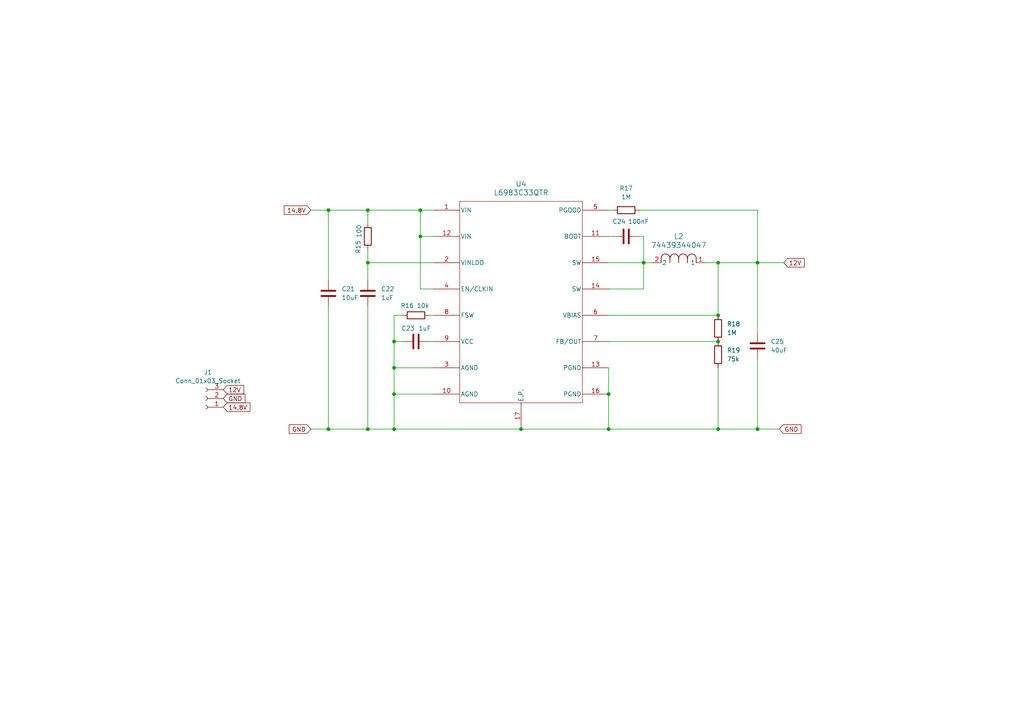
<source format=kicad_sch>
(kicad_sch (version 20250114) (generator "eeschema") (generator_version "9.0")
  (paper "A4")
  (lib_symbols
    (symbol "74439344047:74439344047" (pin_names (offset 0.254))
      (property "Reference" "L" (at 6.985 5.08 0))
      (property "Value" "74439344047" (at 6.985 -2.54 0))
      (symbol "74439344047_1_1"
        (polyline (pts (xy 2.54 0) (xy 2.54 1.27)) (stroke (width 0.2032)))
        (arc (start 2.54 1.27) (mid 3.81 2.5344) (end 5.08 1.27) (stroke (width 0.2032)))
        (polyline (pts (xy 5.08 0) (xy 5.08 1.27)) (stroke (width 0.2032)))
        (arc (start 5.08 1.27) (mid 6.35 2.5344) (end 7.62 1.27) (stroke (width 0.2032)))
        (polyline (pts (xy 7.62 0) (xy 7.62 1.27)) (stroke (width 0.2032)))
        (arc (start 7.62 1.27) (mid 8.89 2.5344) (end 10.16 1.27) (stroke (width 0.2032)))
        (polyline (pts (xy 10.16 0) (xy 10.16 1.27)) (stroke (width 0.2032)))
        (arc (start 10.16 1.27) (mid 11.43 2.5344) (end 12.7 1.27) (stroke (width 0.2032)))
        (polyline (pts (xy 12.7 0) (xy 12.7 1.27)) (stroke (width 0.2032)))
        (pin unspecified line (at 0 0 0) (length 2.54) (name "2") (number "2"))
        (pin unspecified line (at 15.24 0 180) (length 2.54) (name "1") (number "1"))
      )
      (symbol "74439344047_1_2"
        (arc (start -1.27 10.16) (mid -2.5344 11.43) (end -1.27 12.7) (stroke (width 0.2032)))
        (arc (start -1.27 7.62) (mid -2.5344 8.89) (end -1.27 10.16) (stroke (width 0.2032)))
        (arc (start -1.27 5.08) (mid -2.5344 6.35) (end -1.27 7.62) (stroke (width 0.2032)))
        (arc (start -1.27 2.54) (mid -2.5344 3.81) (end -1.27 5.08) (stroke (width 0.2032)))
        (polyline (pts (xy 0 12.7) (xy -1.27 12.7)) (stroke (width 0.2032)))
        (polyline (pts (xy 0 10.16) (xy -1.27 10.16)) (stroke (width 0.2032)))
        (polyline (pts (xy 0 7.62) (xy -1.27 7.62)) (stroke (width 0.2032)))
        (polyline (pts (xy 0 5.08) (xy -1.27 5.08)) (stroke (width 0.2032)))
        (polyline (pts (xy 0 2.54) (xy -1.27 2.54)) (stroke (width 0.2032)))
        (pin unspecified line (at 0 15.24 270) (length 2.54) (name "1") (number "1"))
        (pin unspecified line (at 0 0 90) (length 2.54) (name "2") (number "2"))
      )
    )
    (symbol "Connector:Conn_01x03_Socket" (pin_names (offset 1.016) (hide yes))
      (property "Reference" "J" (at 0 5.08 0))
      (property "Value" "Conn_01x03_Socket" (at 0 -5.08 0))
      (symbol "Conn_01x03_Socket_1_1"
        (polyline (pts (xy -1.27 2.54) (xy -0.508 2.54)) (stroke (width 0.1524)))
        (polyline (pts (xy -1.27 0) (xy -0.508 0)) (stroke (width 0.1524)))
        (polyline (pts (xy -1.27 -2.54) (xy -0.508 -2.54)) (stroke (width 0.1524)))
        (arc (start 0 2.032) (mid -0.5058 2.54) (end 0 3.048) (stroke (width 0.1524)))
        (arc (start 0 -0.508) (mid -0.5058 0) (end 0 0.508) (stroke (width 0.1524)))
        (arc (start 0 -3.048) (mid -0.5058 -2.54) (end 0 -2.032) (stroke (width 0.1524)))
        (pin passive line (at -5.08 2.54 0) (length 3.81) (name "Pin_1") (number "1"))
        (pin passive line (at -5.08 0 0) (length 3.81) (name "Pin_2") (number "2"))
        (pin passive line (at -5.08 -2.54 0) (length 3.81) (name "Pin_3") (number "3"))
      )
    )
    (symbol "Device:C" (pin_numbers (hide yes)) (pin_names (offset 0.254))
      (property "Reference" "C" (at 0.635 2.54 0))
      (property "Value" "C" (at 0.635 -2.54 0))
      (symbol "C_0_1"
        (polyline (pts (xy -2.032 0.762) (xy 2.032 0.762)) (stroke (width 0.508)))
        (polyline (pts (xy -2.032 -0.762) (xy 2.032 -0.762)) (stroke (width 0.508)))
      )
      (symbol "C_1_1"
        (pin passive line (at 0 3.81 270) (length 2.794) (name "~") (number "1"))
        (pin passive line (at 0 -3.81 90) (length 2.794) (name "~") (number "2"))
      )
    )
    (symbol "Device:R" (pin_numbers (hide yes)) (pin_names (offset 0))
      (property "Reference" "R" (at 2.032 0 90))
      (property "Value" "R" (at 0 0 90))
      (symbol "R_0_1"
        (rectangle (start -1.016 -2.54) (end 1.016 2.54) (stroke (width 0.254)))
      )
      (symbol "R_1_1"
        (pin passive line (at 0 3.81 270) (length 1.27) (name "~") (number "1"))
        (pin passive line (at 0 -3.81 90) (length 1.27) (name "~") (number "2"))
      )
    )
    (symbol "L6983C33QTR:L6983C33QTR" (pin_names (offset 0.254))
      (property "Reference" "U2" (at 25.4 10.16 0))
      (property "Value" "L6983C33QTR" (at 25.4 7.62 0))
      (symbol "L6983C33QTR_0_1"
        (polyline (pts (xy 7.62 5.08) (xy 7.62 -53.34)) (stroke (width 0.127)))
        (polyline (pts (xy 7.62 -53.34) (xy 43.18 -53.34)) (stroke (width 0.127)))
        (polyline (pts (xy 43.18 5.08) (xy 7.62 5.08)) (stroke (width 0.127)))
        (polyline (pts (xy 43.18 -53.34) (xy 43.18 5.08)) (stroke (width 0.127)))
        (pin unspecified line (at 0 2.54 0) (length 7.62) (name "VIN") (number "1"))
        (pin unspecified line (at 0 -5.08 0) (length 7.62) (name "VIN") (number "12"))
        (pin unspecified line (at 0 -12.7 0) (length 7.62) (name "VINLDO") (number "2"))
        (pin unspecified line (at 0 -20.32 0) (length 7.62) (name "EN/CLKIN") (number "4"))
        (pin unspecified line (at 0 -27.94 0) (length 7.62) (name "FSW") (number "8"))
        (pin power_in line (at 0 -35.56 0) (length 7.62) (name "VCC") (number "9"))
        (pin power_out line (at 0 -43.18 0) (length 7.62) (name "AGND") (number "3"))
        (pin power_out line (at 0 -50.8 0) (length 7.62) (name "AGND") (number "10"))
        (pin unspecified line (at 25.4 -60.96 90) (length 7.62) (name "E.P.") (number "17"))
        (pin power_in line (at 50.8 2.54 180) (length 7.62) (name "PGOOD") (number "5"))
        (pin unspecified line (at 50.8 -5.08 180) (length 7.62) (name "BOOT") (number "11"))
        (pin unspecified line (at 50.8 -12.7 180) (length 7.62) (name "SW") (number "15"))
        (pin unspecified line (at 50.8 -20.32 180) (length 7.62) (name "SW") (number "14"))
        (pin unspecified line (at 50.8 -27.94 180) (length 7.62) (name "VBIAS") (number "6"))
        (pin output line (at 50.8 -35.56 180) (length 7.62) (name "FB/OUT") (number "7"))
        (pin power_out line (at 50.8 -43.18 180) (length 7.62) (name "PGND") (number "13"))
        (pin power_out line (at 50.8 -50.8 180) (length 7.62) (name "PGND") (number "16"))
      )
    )
  )
  (junction (at 208.28 124.46))
  (junction (at 208.28 91.44))
  (junction (at 106.68 76.2))
  (junction (at 114.3 124.46))
  (junction (at 176.53 124.46))
  (junction (at 106.68 60.96))
  (junction (at 151.13 124.46))
  (junction (at 106.68 124.46))
  (junction (at 121.92 60.96))
  (junction (at 114.3 106.68))
  (junction (at 219.71 124.46))
  (junction (at 176.53 114.3))
  (junction (at 121.92 68.58))
  (junction (at 186.69 76.2))
  (junction (at 114.3 114.3))
  (junction (at 95.25 60.96))
  (junction (at 219.71 76.2))
  (junction (at 95.25 124.46))
  (junction (at 208.28 76.2))
  (junction (at 114.3 99.06))
  (junction (at 208.28 99.06))
  (wire (pts (xy 176.53 68.58) (xy 177.8 68.58)))
  (wire (pts (xy 106.68 76.2) (xy 106.68 81.28)))
  (wire (pts (xy 208.28 124.46) (xy 219.71 124.46)))
  (wire (pts (xy 226.06 124.46) (xy 219.71 124.46)))
  (wire (pts (xy 219.71 76.2) (xy 227.33 76.2)))
  (wire (pts (xy 95.25 88.9) (xy 95.25 124.46)))
  (wire (pts (xy 186.69 68.58) (xy 186.69 76.2)))
  (wire (pts (xy 176.53 91.44) (xy 208.28 91.44)))
  (wire (pts (xy 114.3 124.46) (xy 151.13 124.46)))
  (wire (pts (xy 185.42 68.58) (xy 186.69 68.58)))
  (wire (pts (xy 186.69 76.2) (xy 189.23 76.2)))
  (wire (pts (xy 121.92 60.96) (xy 121.92 68.58)))
  (wire (pts (xy 124.46 91.44) (xy 125.73 91.44)))
  (wire (pts (xy 185.42 60.96) (xy 219.71 60.96)))
  (wire (pts (xy 106.68 60.96) (xy 121.92 60.96)))
  (wire (pts (xy 95.25 124.46) (xy 106.68 124.46)))
  (wire (pts (xy 121.92 68.58) (xy 121.92 83.82)))
  (wire (pts (xy 114.3 99.06) (xy 114.3 106.68)))
  (wire (pts (xy 106.68 76.2) (xy 106.68 72.39)))
  (wire (pts (xy 176.53 83.82) (xy 186.69 83.82)))
  (wire (pts (xy 219.71 104.14) (xy 219.71 124.46)))
  (wire (pts (xy 208.28 76.2) (xy 208.28 91.44)))
  (wire (pts (xy 106.68 88.9) (xy 106.68 124.46)))
  (wire (pts (xy 208.28 106.68) (xy 208.28 124.46)))
  (wire (pts (xy 186.69 83.82) (xy 186.69 76.2)))
  (wire (pts (xy 204.47 76.2) (xy 208.28 76.2)))
  (wire (pts (xy 90.17 124.46) (xy 95.25 124.46)))
  (wire (pts (xy 125.73 106.68) (xy 114.3 106.68)))
  (wire (pts (xy 124.46 99.06) (xy 125.73 99.06)))
  (wire (pts (xy 176.53 60.96) (xy 177.8 60.96)))
  (wire (pts (xy 176.53 76.2) (xy 186.69 76.2)))
  (wire (pts (xy 219.71 96.52) (xy 219.71 76.2)))
  (wire (pts (xy 116.84 99.06) (xy 114.3 99.06)))
  (wire (pts (xy 95.25 81.28) (xy 95.25 60.96)))
  (wire (pts (xy 176.53 106.68) (xy 176.53 114.3)))
  (wire (pts (xy 176.53 124.46) (xy 151.13 124.46)))
  (wire (pts (xy 114.3 114.3) (xy 125.73 114.3)))
  (wire (pts (xy 114.3 91.44) (xy 114.3 99.06)))
  (wire (pts (xy 95.25 60.96) (xy 106.68 60.96)))
  (wire (pts (xy 90.17 60.96) (xy 95.25 60.96)))
  (wire (pts (xy 208.28 76.2) (xy 219.71 76.2)))
  (wire (pts (xy 176.53 124.46) (xy 208.28 124.46)))
  (wire (pts (xy 106.68 64.77) (xy 106.68 60.96)))
  (wire (pts (xy 114.3 114.3) (xy 114.3 124.46)))
  (wire (pts (xy 121.92 60.96) (xy 125.73 60.96)))
  (wire (pts (xy 176.53 99.06) (xy 208.28 99.06)))
  (wire (pts (xy 176.53 114.3) (xy 176.53 124.46)))
  (wire (pts (xy 106.68 124.46) (xy 114.3 124.46)))
  (wire (pts (xy 125.73 76.2) (xy 106.68 76.2)))
  (wire (pts (xy 114.3 106.68) (xy 114.3 114.3)))
  (wire (pts (xy 219.71 60.96) (xy 219.71 76.2)))
  (wire (pts (xy 125.73 83.82) (xy 121.92 83.82)))
  (wire (pts (xy 116.84 91.44) (xy 114.3 91.44)))
  (wire (pts (xy 121.92 68.58) (xy 125.73 68.58)))
  (global_label "14.8V" (shape input) (at 90.17 60.96 180) (property "Intersheetrefs" "${INTERSHEET_REFS}" (effects (hide yes))))
  (global_label "12V" (shape input) (at 64.77 113.03 0) (property "Intersheetrefs" "${INTERSHEET_REFS}" (effects (hide yes))))
  (global_label "14.8V" (shape input) (at 64.77 118.11 0) (property "Intersheetrefs" "${INTERSHEET_REFS}" (effects (hide yes))))
  (global_label "GND" (shape input) (at 64.77 115.57 0) (property "Intersheetrefs" "${INTERSHEET_REFS}" (effects (hide yes))))
  (global_label "GND" (shape input) (at 226.06 124.46 0) (property "Intersheetrefs" "${INTERSHEET_REFS}" (effects (hide yes))))
  (global_label "GND" (shape input) (at 90.17 124.46 180) (property "Intersheetrefs" "${INTERSHEET_REFS}" (effects (hide yes))))
  (global_label "12V" (shape input) (at 227.33 76.2 0) (property "Intersheetrefs" "${INTERSHEET_REFS}" (effects (hide yes))))
  (symbol (lib_id "74439344047:74439344047") (at 189.23 76.2 0) (unit 1)
    (property "Reference" "L2" (at 196.85 68.58 0) (effects (font (size 1.524 1.524))))
    (property "Value" "74439344047" (at 196.85 71.12 0) (effects (font (size 1.524 1.524))))
    (property "Footprint" "74439344047:IND_WE-XHMI_6030_WRE" (effects (hide yes)))
    (property "Datasheet" "https://www.we-online.com/catalog/datasheet/74439344047.pdf" (effects (hide yes)))
  )
  (symbol (lib_id "Device:R") (at 120.65 91.44 270) (unit 1)
    (property "Reference" "R16" (at 118.11 88.646 90))
    (property "Value" "10k" (at 122.682 88.646 90))
    (property "Footprint" "Resistor_SMD:R_0805_2012Metric" (effects (hide yes)))
    (property "Description" "Resistor" (effects (hide yes)))
  )
  (symbol (lib_id "Device:R") (at 181.61 60.96 90) (unit 1)
    (property "Reference" "R17" (at 181.61 54.61 90))
    (property "Value" "1M" (at 181.61 57.15 90))
    (property "Footprint" "Resistor_SMD:R_0805_2012Metric" (effects (hide yes)))
    (property "Description" "Resistor" (effects (hide yes)))
  )
  (symbol (lib_id "Device:C") (at 106.68 85.09 0) (unit 1)
    (property "Reference" "C22" (at 110.49 83.8199 0) (effects (justify left)))
    (property "Value" "1uF" (at 110.49 86.3599 0) (effects (justify left)))
    (property "Footprint" "Capacitor_SMD:C_0805_2012Metric" (effects (hide yes)))
    (property "Description" "Unpolarized capacitor" (effects (hide yes)))
  )
  (symbol (lib_id "Device:R") (at 106.68 68.58 0) (unit 1)
    (property "Reference" "R15" (at 103.886 71.628 90))
    (property "Value" "100" (at 104.14 67.056 90))
    (property "Footprint" "Resistor_SMD:R_0805_2012Metric" (effects (hide yes)))
    (property "Description" "Resistor" (effects (hide yes)))
  )
  (symbol (lib_id "Device:C") (at 181.61 68.58 90) (unit 1)
    (property "Reference" "C24" (at 179.578 64.262 90))
    (property "Value" "100nF" (at 185.166 64.262 90))
    (property "Footprint" "Capacitor_SMD:C_0805_2012Metric" (effects (hide yes)))
    (property "Description" "Unpolarized capacitor" (effects (hide yes)))
  )
  (symbol (lib_id "L6983C33QTR:L6983C33QTR") (at 125.73 63.5 0) (unit 1)
    (property "Reference" "U4" (at 151.13 53.34 0) (effects (font (size 1.524 1.524))))
    (property "Value" "L6983C33QTR" (at 151.13 55.88 0) (effects (font (size 1.524 1.524))))
    (property "Footprint" "L6983C33QTR:QFN_33QTR_STM" (effects (hide yes)))
    (property "Datasheet" "https://www.st.com/resource/en/datasheet/l6983.pdf" (effects (hide yes)))
  )
  (symbol (lib_id "Device:C") (at 95.25 85.09 0) (unit 1)
    (property "Reference" "C21" (at 99.06 83.8199 0) (effects (justify left)))
    (property "Value" "10uF" (at 99.06 86.3599 0) (effects (justify left)))
    (property "Footprint" "Capacitor_SMD:C_1210_3225Metric" (effects (hide yes)))
    (property "Description" "Unpolarized capacitor" (effects (hide yes)))
  )
  (symbol (lib_id "Device:R") (at 208.28 102.87 0) (unit 1)
    (property "Reference" "R19" (at 210.82 101.5999 0) (effects (justify left)))
    (property "Value" "75k" (at 210.82 104.1399 0) (effects (justify left)))
    (property "Footprint" "Resistor_SMD:R_0805_2012Metric" (effects (hide yes)))
    (property "Description" "Resistor" (effects (hide yes)))
  )
  (symbol (lib_id "Device:R") (at 208.28 95.25 0) (unit 1)
    (property "Reference" "R18" (at 210.82 93.9799 0) (effects (justify left)))
    (property "Value" "1M" (at 210.82 96.5199 0) (effects (justify left)))
    (property "Footprint" "Resistor_SMD:R_0805_2012Metric" (effects (hide yes)))
    (property "Description" "Resistor" (effects (hide yes)))
  )
  (symbol (lib_id "Device:C") (at 120.65 99.06 90) (unit 1)
    (property "Reference" "C23" (at 118.364 95.25 90))
    (property "Value" "1uF" (at 123.19 95.25 90))
    (property "Footprint" "Capacitor_SMD:C_0805_2012Metric" (effects (hide yes)))
    (property "Description" "Unpolarized capacitor" (effects (hide yes)))
  )
  (symbol (lib_id "Device:C") (at 219.71 100.33 180) (unit 1)
    (property "Reference" "C25" (at 223.52 99.0599 0) (effects (justify right)))
    (property "Value" "40uF" (at 223.52 101.5999 0) (effects (justify right)))
    (property "Footprint" "Capacitor_SMD:C_1210_3225Metric" (effects (hide yes)))
    (property "Description" "Unpolarized capacitor" (effects (hide yes)))
  )
  (symbol (lib_id "Connector:Conn_01x03_Socket") (at 59.69 115.57 180) (unit 1)
    (property "Reference" "J1" (at 60.325 107.95 0))
    (property "Value" "Conn_01x03_Socket" (at 60.325 110.49 0))
    (property "Footprint" "Connector_PinHeader_2.54mm:PinHeader_1x03_P2.54mm_Vertical" (effects (hide yes)))
    (property "Description" "Generic connector, single row, 01x03, script generated" (effects (hide yes)))
  )
)
</source>
